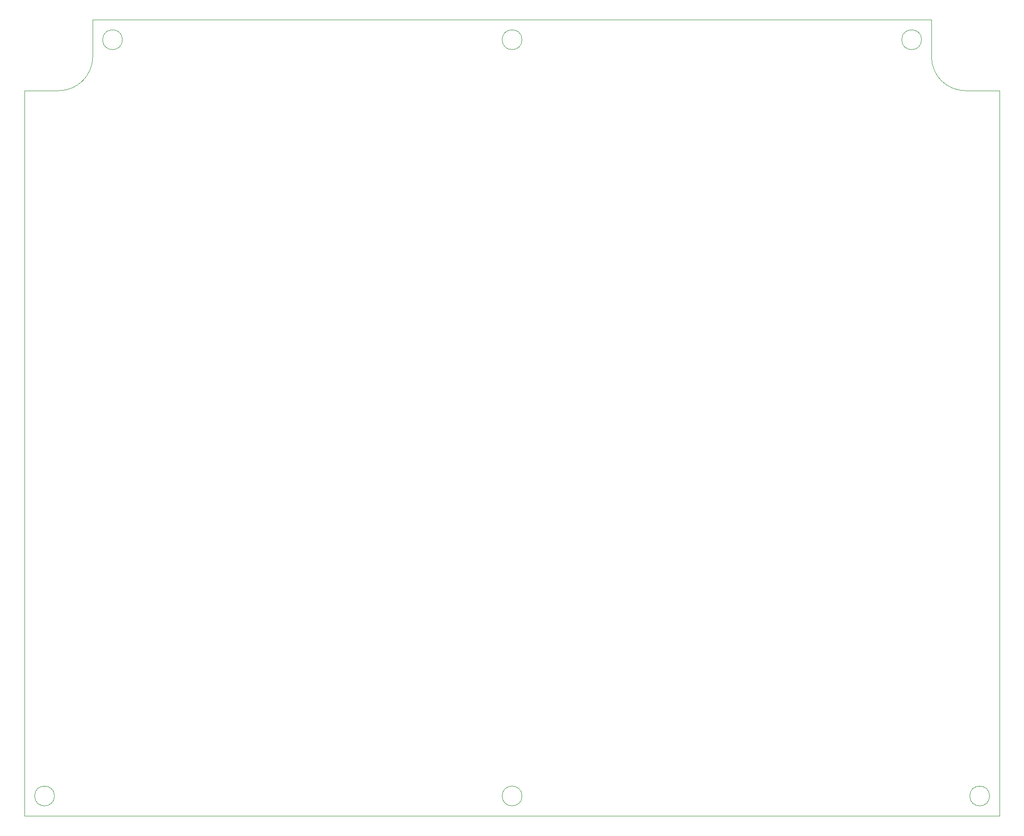
<source format=gbr>
G04 #@! TF.FileFunction,Profile,NP*
%FSLAX46Y46*%
G04 Gerber Fmt 4.6, Leading zero omitted, Abs format (unit mm)*
G04 Created by KiCad (PCBNEW (2015-03-11 BZR 5507)-product) date Wed 29 Apr 2015 06:55:18 PM CEST*
%MOMM*%
G01*
G04 APERTURE LIST*
%ADD10C,0.100000*%
G04 APERTURE END LIST*
D10*
X77328964Y-23072240D02*
G75*
G03X77328964Y-23072240I-1750000J0D01*
G01*
X65328964Y-156572240D02*
G75*
G03X65328964Y-156572240I-1750000J0D01*
G01*
X147828964Y-156572240D02*
G75*
G03X147828964Y-156572240I-1750000J0D01*
G01*
X230328964Y-156572240D02*
G75*
G03X230328964Y-156572240I-1750000J0D01*
G01*
X147828964Y-23072240D02*
G75*
G03X147828964Y-23072240I-1750000J0D01*
G01*
X218328964Y-23072240D02*
G75*
G03X218328964Y-23072240I-1750000J0D01*
G01*
X72078963Y-19572241D02*
X220078965Y-19572241D01*
X60078962Y-32072237D02*
X66078966Y-32072237D01*
X72078964Y-26072240D02*
G75*
G02X66078964Y-32072240I-6000000J0D01*
G01*
X72078963Y-19572241D02*
X72078963Y-26072240D01*
X232078967Y-32072237D02*
X232078967Y-160072243D01*
X226078963Y-32072237D02*
X232078967Y-32072237D01*
X226078964Y-32072240D02*
G75*
G02X220078964Y-26072240I0J6000000D01*
G01*
X220078965Y-19572241D02*
X220078965Y-26072240D01*
X60078962Y-160072243D02*
X60078962Y-32072237D01*
X232078967Y-160072243D02*
X60078962Y-160072243D01*
M02*

</source>
